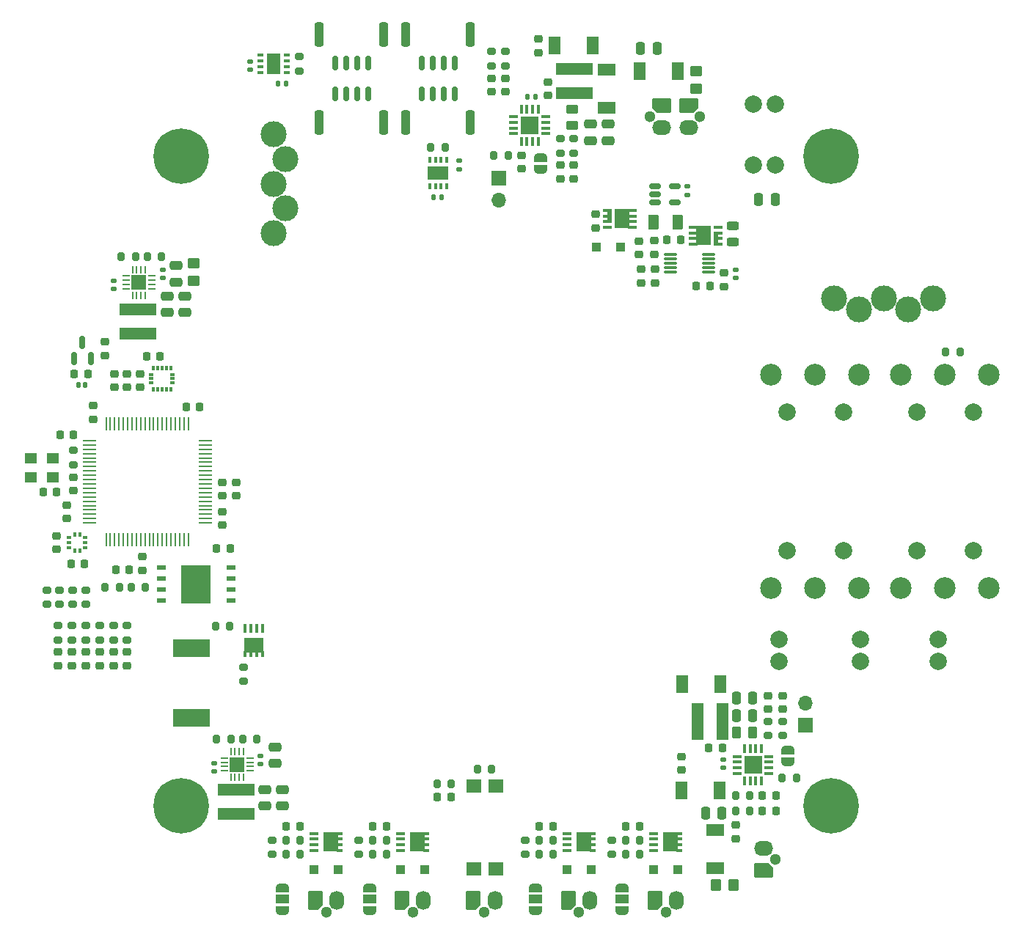
<source format=gbr>
%TF.GenerationSoftware,KiCad,Pcbnew,6.0.5-a6ca702e91~116~ubuntu20.04.1*%
%TF.CreationDate,2022-05-11T20:42:01+02:00*%
%TF.ProjectId,uHoubolt_PCB_PMU,75486f75-626f-46c7-945f-5043425f504d,rev?*%
%TF.SameCoordinates,PX8583b00PY5f5e100*%
%TF.FileFunction,Soldermask,Top*%
%TF.FilePolarity,Negative*%
%FSLAX46Y46*%
G04 Gerber Fmt 4.6, Leading zero omitted, Abs format (unit mm)*
G04 Created by KiCad (PCBNEW 6.0.5-a6ca702e91~116~ubuntu20.04.1) date 2022-05-11 20:42:01*
%MOMM*%
%LPD*%
G01*
G04 APERTURE LIST*
G04 Aperture macros list*
%AMRoundRect*
0 Rectangle with rounded corners*
0 $1 Rounding radius*
0 $2 $3 $4 $5 $6 $7 $8 $9 X,Y pos of 4 corners*
0 Add a 4 corners polygon primitive as box body*
4,1,4,$2,$3,$4,$5,$6,$7,$8,$9,$2,$3,0*
0 Add four circle primitives for the rounded corners*
1,1,$1+$1,$2,$3*
1,1,$1+$1,$4,$5*
1,1,$1+$1,$6,$7*
1,1,$1+$1,$8,$9*
0 Add four rect primitives between the rounded corners*
20,1,$1+$1,$2,$3,$4,$5,0*
20,1,$1+$1,$4,$5,$6,$7,0*
20,1,$1+$1,$6,$7,$8,$9,0*
20,1,$1+$1,$8,$9,$2,$3,0*%
%AMFreePoly0*
4,1,22,0.945671,0.830970,1.026777,0.776777,1.080970,0.695671,1.100000,0.600000,1.100000,-0.600000,1.080970,-0.695671,1.026777,-0.776777,0.945671,-0.830970,0.850000,-0.850000,-0.450000,-0.850000,-0.545671,-0.830970,-0.626779,-0.776774,-1.026777,-0.376777,-1.080970,-0.295671,-1.100000,-0.200000,-1.100000,0.600000,-1.080970,0.695671,-1.026777,0.776777,-0.945671,0.830970,-0.850000,0.850000,
0.850000,0.850000,0.945671,0.830970,0.945671,0.830970,$1*%
%AMFreePoly1*
4,1,22,0.500000,-0.750000,0.000000,-0.750000,0.000000,-0.745033,-0.079941,-0.743568,-0.215256,-0.701293,-0.333266,-0.622738,-0.424486,-0.514219,-0.481581,-0.384460,-0.499164,-0.250000,-0.500000,-0.250000,-0.500000,0.250000,-0.499164,0.250000,-0.499963,0.256109,-0.478152,0.396186,-0.417904,0.524511,-0.324060,0.630769,-0.204165,0.706417,-0.067858,0.745374,0.000000,0.744959,0.000000,0.750000,
0.500000,0.750000,0.500000,-0.750000,0.500000,-0.750000,$1*%
%AMFreePoly2*
4,1,20,0.000000,0.744959,0.073905,0.744508,0.209726,0.703889,0.328688,0.626782,0.421226,0.519385,0.479903,0.390333,0.500000,0.250000,0.500000,-0.250000,0.499851,-0.262216,0.476331,-0.402017,0.414519,-0.529596,0.319384,-0.634700,0.198574,-0.708877,0.061801,-0.746166,0.000000,-0.745033,0.000000,-0.750000,-0.500000,-0.750000,-0.500000,0.750000,0.000000,0.750000,0.000000,0.744959,
0.000000,0.744959,$1*%
%AMFreePoly3*
4,1,22,0.550000,-0.750000,0.000000,-0.750000,0.000000,-0.745033,-0.079941,-0.743568,-0.215256,-0.701293,-0.333266,-0.622738,-0.424486,-0.514219,-0.481581,-0.384460,-0.499164,-0.250000,-0.500000,-0.250000,-0.500000,0.250000,-0.499164,0.250000,-0.499963,0.256109,-0.478152,0.396186,-0.417904,0.524511,-0.324060,0.630769,-0.204165,0.706417,-0.067858,0.745374,0.000000,0.744959,0.000000,0.750000,
0.550000,0.750000,0.550000,-0.750000,0.550000,-0.750000,$1*%
%AMFreePoly4*
4,1,20,0.000000,0.744959,0.073905,0.744508,0.209726,0.703889,0.328688,0.626782,0.421226,0.519385,0.479903,0.390333,0.500000,0.250000,0.500000,-0.250000,0.499851,-0.262216,0.476331,-0.402017,0.414519,-0.529596,0.319384,-0.634700,0.198574,-0.708877,0.061801,-0.746166,0.000000,-0.745033,0.000000,-0.750000,-0.550000,-0.750000,-0.550000,0.750000,0.000000,0.750000,0.000000,0.744959,
0.000000,0.744959,$1*%
%AMFreePoly5*
4,1,22,0.945671,0.830970,1.026777,0.776777,1.080970,0.695671,1.100000,0.600000,1.100000,-0.600000,1.080970,-0.695671,1.026777,-0.776777,0.945671,-0.830970,0.850000,-0.850000,-0.850000,-0.850000,-0.945671,-0.830970,-1.026777,-0.776777,-1.080970,-0.695671,-1.100000,-0.600000,-1.100000,0.200000,-1.080970,0.295671,-1.026777,0.376777,-0.626777,0.776777,-0.545671,0.830970,-0.450000,0.850000,
0.850000,0.850000,0.945671,0.830970,0.945671,0.830970,$1*%
G04 Aperture macros list end*
%ADD10C,2.000000*%
%ADD11C,2.500000*%
%ADD12C,6.400000*%
%ADD13C,0.800000*%
%ADD14C,1.300000*%
%ADD15FreePoly0,0.000000*%
%ADD16O,2.200000X1.700000*%
%ADD17RoundRect,0.075000X-0.650000X-0.075000X0.650000X-0.075000X0.650000X0.075000X-0.650000X0.075000X0*%
%ADD18RoundRect,0.218750X-0.256250X0.218750X-0.256250X-0.218750X0.256250X-0.218750X0.256250X0.218750X0*%
%ADD19RoundRect,0.150000X-0.512500X-0.150000X0.512500X-0.150000X0.512500X0.150000X-0.512500X0.150000X0*%
%ADD20RoundRect,0.218750X0.218750X0.256250X-0.218750X0.256250X-0.218750X-0.256250X0.218750X-0.256250X0*%
%ADD21RoundRect,0.147500X-0.172500X0.147500X-0.172500X-0.147500X0.172500X-0.147500X0.172500X0.147500X0*%
%ADD22RoundRect,0.243750X0.456250X-0.243750X0.456250X0.243750X-0.456250X0.243750X-0.456250X-0.243750X0*%
%ADD23R,1.100000X1.100000*%
%ADD24R,1.000000X0.340000*%
%ADD25R,0.500000X1.640000*%
%ADD26R,1.710000X2.290000*%
%ADD27C,3.000000*%
%ADD28RoundRect,0.218750X0.256250X-0.218750X0.256250X0.218750X-0.256250X0.218750X-0.256250X-0.218750X0*%
%ADD29RoundRect,0.250000X-0.375000X-0.625000X0.375000X-0.625000X0.375000X0.625000X-0.375000X0.625000X0*%
%ADD30RoundRect,0.218750X-0.218750X-0.256250X0.218750X-0.256250X0.218750X0.256250X-0.218750X0.256250X0*%
%ADD31RoundRect,0.147500X0.172500X-0.147500X0.172500X0.147500X-0.172500X0.147500X-0.172500X-0.147500X0*%
%ADD32RoundRect,0.200000X0.200000X0.275000X-0.200000X0.275000X-0.200000X-0.275000X0.200000X-0.275000X0*%
%ADD33RoundRect,0.225000X-0.225000X-0.250000X0.225000X-0.250000X0.225000X0.250000X-0.225000X0.250000X0*%
%ADD34FreePoly1,270.000000*%
%ADD35FreePoly2,270.000000*%
%ADD36RoundRect,0.225000X-0.250000X0.225000X-0.250000X-0.225000X0.250000X-0.225000X0.250000X0.225000X0*%
%ADD37RoundRect,0.140000X0.170000X-0.140000X0.170000X0.140000X-0.170000X0.140000X-0.170000X-0.140000X0*%
%ADD38R,4.200000X2.000000*%
%ADD39RoundRect,0.200000X-0.275000X0.200000X-0.275000X-0.200000X0.275000X-0.200000X0.275000X0.200000X0*%
%ADD40RoundRect,0.075000X0.075000X-0.462500X0.075000X0.462500X-0.075000X0.462500X-0.075000X-0.462500X0*%
%ADD41RoundRect,0.075000X0.462500X-0.075000X0.462500X0.075000X-0.462500X0.075000X-0.462500X-0.075000X0*%
%ADD42R,2.150000X2.150000*%
%ADD43RoundRect,0.250000X-0.475000X0.250000X-0.475000X-0.250000X0.475000X-0.250000X0.475000X0.250000X0*%
%ADD44FreePoly0,90.000000*%
%ADD45O,1.700000X2.200000*%
%ADD46RoundRect,0.200000X-0.200000X-0.275000X0.200000X-0.275000X0.200000X0.275000X-0.200000X0.275000X0*%
%ADD47R,1.400000X2.100000*%
%ADD48RoundRect,0.225000X0.225000X0.250000X-0.225000X0.250000X-0.225000X-0.250000X0.225000X-0.250000X0*%
%ADD49FreePoly0,180.000000*%
%ADD50RoundRect,0.225000X0.250000X-0.225000X0.250000X0.225000X-0.250000X0.225000X-0.250000X-0.225000X0*%
%ADD51RoundRect,0.200000X0.275000X-0.200000X0.275000X0.200000X-0.275000X0.200000X-0.275000X-0.200000X0*%
%ADD52R,0.990000X0.405000*%
%ADD53R,0.760000X0.405000*%
%ADD54R,1.725000X2.245000*%
%ADD55RoundRect,0.150000X0.150000X-0.587500X0.150000X0.587500X-0.150000X0.587500X-0.150000X-0.587500X0*%
%ADD56RoundRect,0.250000X0.250000X0.475000X-0.250000X0.475000X-0.250000X-0.475000X0.250000X-0.475000X0*%
%ADD57RoundRect,0.140000X-0.140000X-0.170000X0.140000X-0.170000X0.140000X0.170000X-0.140000X0.170000X0*%
%ADD58R,1.000000X0.500000*%
%ADD59R,3.500000X4.500000*%
%ADD60RoundRect,0.062500X0.325000X0.062500X-0.325000X0.062500X-0.325000X-0.062500X0.325000X-0.062500X0*%
%ADD61RoundRect,0.062500X0.062500X0.325000X-0.062500X0.325000X-0.062500X-0.325000X0.062500X-0.325000X0*%
%ADD62R,1.750000X1.750000*%
%ADD63RoundRect,0.250000X0.450000X-0.350000X0.450000X0.350000X-0.450000X0.350000X-0.450000X-0.350000X0*%
%ADD64R,4.200000X1.400000*%
%ADD65RoundRect,0.250000X0.475000X-0.250000X0.475000X0.250000X-0.475000X0.250000X-0.475000X-0.250000X0*%
%ADD66RoundRect,0.100000X0.150000X0.250000X-0.150000X0.250000X-0.150000X-0.250000X0.150000X-0.250000X0*%
%ADD67RoundRect,0.150000X-0.150000X-0.700000X0.150000X-0.700000X0.150000X0.700000X-0.150000X0.700000X0*%
%ADD68RoundRect,0.250000X-0.250000X-1.150000X0.250000X-1.150000X0.250000X1.150000X-0.250000X1.150000X0*%
%ADD69RoundRect,0.100000X0.100000X-0.175000X0.100000X0.175000X-0.100000X0.175000X-0.100000X-0.175000X0*%
%ADD70RoundRect,0.100000X0.175000X-0.100000X0.175000X0.100000X-0.175000X0.100000X-0.175000X-0.100000X0*%
%ADD71RoundRect,0.250000X-0.250000X-0.475000X0.250000X-0.475000X0.250000X0.475000X-0.250000X0.475000X0*%
%ADD72R,0.650000X0.350000*%
%ADD73R,1.550000X2.400000*%
%ADD74R,1.400000X4.200000*%
%ADD75FreePoly3,90.000000*%
%ADD76R,1.500000X1.000000*%
%ADD77FreePoly4,90.000000*%
%ADD78RoundRect,0.140000X-0.170000X0.140000X-0.170000X-0.140000X0.170000X-0.140000X0.170000X0.140000X0*%
%ADD79R,0.405000X0.990000*%
%ADD80R,0.405000X0.760000*%
%ADD81R,2.245000X1.725000*%
%ADD82RoundRect,0.250000X0.350000X0.450000X-0.350000X0.450000X-0.350000X-0.450000X0.350000X-0.450000X0*%
%ADD83RoundRect,0.062500X-0.675000X-0.062500X0.675000X-0.062500X0.675000X0.062500X-0.675000X0.062500X0*%
%ADD84RoundRect,0.062500X-0.062500X-0.675000X0.062500X-0.675000X0.062500X0.675000X-0.062500X0.675000X0*%
%ADD85RoundRect,0.075000X-0.462500X-0.075000X0.462500X-0.075000X0.462500X0.075000X-0.462500X0.075000X0*%
%ADD86RoundRect,0.075000X-0.075000X-0.462500X0.075000X-0.462500X0.075000X0.462500X-0.075000X0.462500X0*%
%ADD87RoundRect,0.250000X0.450000X-0.262500X0.450000X0.262500X-0.450000X0.262500X-0.450000X-0.262500X0*%
%ADD88RoundRect,0.140000X0.140000X0.170000X-0.140000X0.170000X-0.140000X-0.170000X0.140000X-0.170000X0*%
%ADD89RoundRect,0.150000X0.150000X0.700000X-0.150000X0.700000X-0.150000X-0.700000X0.150000X-0.700000X0*%
%ADD90RoundRect,0.250000X0.250000X1.150000X-0.250000X1.150000X-0.250000X-1.150000X0.250000X-1.150000X0*%
%ADD91RoundRect,0.250000X-0.450000X0.350000X-0.450000X-0.350000X0.450000X-0.350000X0.450000X0.350000X0*%
%ADD92R,2.100000X1.400000*%
%ADD93R,1.780000X1.500000*%
%ADD94R,0.350000X0.650000*%
%ADD95R,2.400000X1.550000*%
%ADD96R,1.400000X1.200000*%
%ADD97RoundRect,0.250000X0.262500X0.450000X-0.262500X0.450000X-0.262500X-0.450000X0.262500X-0.450000X0*%
%ADD98R,1.700000X1.700000*%
%ADD99O,1.700000X1.700000*%
%ADD100RoundRect,0.087500X0.087500X-0.187500X0.087500X0.187500X-0.087500X0.187500X-0.087500X-0.187500X0*%
%ADD101RoundRect,0.087500X0.187500X-0.087500X0.187500X0.087500X-0.187500X0.087500X-0.187500X-0.087500X0*%
%ADD102FreePoly5,180.000000*%
G04 APERTURE END LIST*
D10*
%TO.C,SW1*%
X32450000Y8000000D03*
X38950000Y8000000D03*
D11*
X30620000Y12300000D03*
X40780000Y12300000D03*
X35700000Y12300000D03*
%TD*%
D10*
%TO.C,SW2*%
X38950000Y-8000000D03*
X32450000Y-8000000D03*
D11*
X30620000Y-12300000D03*
X40780000Y-12300000D03*
X35700000Y-12300000D03*
%TD*%
D10*
%TO.C,SW3*%
X47450000Y8000000D03*
X53950000Y8000000D03*
D11*
X45620000Y12300000D03*
X55780000Y12300000D03*
X50700000Y12300000D03*
%TD*%
D10*
%TO.C,SW4*%
X53950000Y-8000000D03*
X47450000Y-8000000D03*
D11*
X45620000Y-12300000D03*
X55780000Y-12300000D03*
X50700000Y-12300000D03*
%TD*%
D12*
%TO.C,H4*%
X-37500000Y37500000D03*
D13*
X-35100000Y37500000D03*
X-35802944Y39197056D03*
X-37500000Y39900000D03*
X-39900000Y37500000D03*
X-39197056Y39197056D03*
X-39197056Y35802944D03*
X-37500000Y35100000D03*
X-35802944Y35802944D03*
%TD*%
%TO.C,H2*%
X35802944Y35802944D03*
X37500000Y35100000D03*
X39197056Y39197056D03*
X39900000Y37500000D03*
X35100000Y37500000D03*
X35802944Y39197056D03*
D12*
X37500000Y37500000D03*
D13*
X39197056Y35802944D03*
X37500000Y39900000D03*
%TD*%
D14*
%TO.C,J1*%
X16610000Y42100000D03*
D15*
X17950000Y43350000D03*
D16*
X17950000Y40850000D03*
%TD*%
D13*
%TO.C,H3*%
X-35802944Y-35802944D03*
D12*
X-37500000Y-37500000D03*
D13*
X-39197056Y-39197056D03*
X-37500000Y-39900000D03*
X-39900000Y-37500000D03*
X-39197056Y-35802944D03*
X-35802944Y-39197056D03*
X-35100000Y-37500000D03*
X-37500000Y-35100000D03*
%TD*%
D17*
%TO.C,U1*%
X19000000Y26150000D03*
X19000000Y25650000D03*
X19000000Y25150000D03*
X19000000Y24650000D03*
X19000000Y24150000D03*
X23400000Y24150000D03*
X23400000Y24650000D03*
X23400000Y25150000D03*
X23400000Y25650000D03*
X23400000Y26150000D03*
%TD*%
D18*
%TO.C,R9*%
X25175000Y24050000D03*
X25175000Y22475000D03*
%TD*%
D19*
%TO.C,U2*%
X17237500Y34100000D03*
X17237500Y33150000D03*
X17237500Y32200000D03*
X19512500Y32200000D03*
X19512500Y34100000D03*
%TD*%
D20*
%TO.C,C1*%
X23562500Y22550000D03*
X21987500Y22550000D03*
%TD*%
D21*
%TO.C,C3*%
X26575000Y24420000D03*
X26575000Y23450000D03*
%TD*%
D22*
%TO.C,C4*%
X26175000Y27650000D03*
X26175000Y29525000D03*
%TD*%
D23*
%TO.C,D1*%
X13225000Y27000000D03*
X10425000Y27000000D03*
%TD*%
D24*
%TO.C,Q1*%
X11690000Y31275000D03*
X11690000Y30625000D03*
X11690000Y29975000D03*
D25*
X11940000Y30625000D03*
D24*
X11690000Y29325000D03*
X14590000Y30625000D03*
D26*
X13435000Y30300000D03*
D24*
X14590000Y29325000D03*
X14590000Y31275000D03*
X14590000Y29975000D03*
%TD*%
D27*
%TO.C,J2*%
X-25460000Y31500000D03*
X-25460000Y37200000D03*
X-26800000Y40050000D03*
X-26800000Y34350000D03*
X-26800000Y28650000D03*
%TD*%
D18*
%TO.C,R2*%
X15400000Y27737500D03*
X15400000Y26162500D03*
%TD*%
D28*
%TO.C,R5*%
X17100000Y26212500D03*
X17100000Y27787500D03*
%TD*%
D18*
%TO.C,R1*%
X10400000Y30837500D03*
X10400000Y29262500D03*
%TD*%
D29*
%TO.C,R6*%
X17075000Y29950000D03*
X19875000Y29950000D03*
%TD*%
D25*
%TO.C,Q2*%
X24285000Y28025000D03*
D24*
X24535000Y27375000D03*
X24535000Y28025000D03*
X24535000Y28675000D03*
X24535000Y29325000D03*
X21635000Y27375000D03*
X21635000Y28675000D03*
D26*
X22790000Y28350000D03*
D24*
X21635000Y29325000D03*
X21635000Y28025000D03*
%TD*%
D18*
%TO.C,R4*%
X17200000Y24487500D03*
X17200000Y22912500D03*
%TD*%
D30*
%TO.C,R7*%
X18587500Y27850000D03*
X20162500Y27850000D03*
%TD*%
D18*
%TO.C,R3*%
X15650000Y24487500D03*
X15650000Y22912500D03*
%TD*%
D31*
%TO.C,C19*%
X20975000Y33065000D03*
X20975000Y34035000D03*
%TD*%
D10*
%TO.C,J8*%
X31115000Y43550000D03*
X28575000Y43550000D03*
%TD*%
D32*
%TO.C,R18*%
X-31725000Y-29750000D03*
X-33375000Y-29750000D03*
%TD*%
D33*
%TO.C,C25*%
X-45007500Y-10242500D03*
X-43457500Y-10242500D03*
%TD*%
D34*
%TO.C,JP8*%
X32525000Y-31079651D03*
D35*
X32525000Y-32379651D03*
%TD*%
D30*
%TO.C,D17*%
X13850000Y-39852500D03*
X15425000Y-39852500D03*
%TD*%
D28*
%TO.C,LED1*%
X-43700000Y-21287500D03*
X-43700000Y-19712500D03*
%TD*%
D36*
%TO.C,C8*%
X1850000Y37650000D03*
X1850000Y36100000D03*
%TD*%
D37*
%TO.C,C6*%
X-28300000Y-32680000D03*
X-28300000Y-31720000D03*
%TD*%
D30*
%TO.C,D12*%
X-15337500Y-39852500D03*
X-13762500Y-39852500D03*
%TD*%
D32*
%TO.C,R13*%
X-41622500Y-12232500D03*
X-43272500Y-12232500D03*
%TD*%
D38*
%TO.C,LS1*%
X-36300000Y-27300000D03*
X-36300000Y-19300000D03*
%TD*%
D39*
%TO.C,R45*%
X-48500000Y-16675000D03*
X-48500000Y-18325000D03*
%TD*%
D40*
%TO.C,U14*%
X27550000Y-34592151D03*
X28200000Y-34592151D03*
X28850000Y-34592151D03*
X29500000Y-34592151D03*
D41*
X30362500Y-33729651D03*
X30362500Y-33079651D03*
X30362500Y-32429651D03*
X30362500Y-31779651D03*
D40*
X29500000Y-30917151D03*
X28850000Y-30917151D03*
X28200000Y-30917151D03*
X27550000Y-30917151D03*
D41*
X26687500Y-31779651D03*
X26687500Y-32429651D03*
X26687500Y-33079651D03*
X26687500Y-33729651D03*
D42*
X28525000Y-32754651D03*
%TD*%
D43*
%TO.C,C5*%
X-26650000Y-30700000D03*
X-26650000Y-32600000D03*
%TD*%
D13*
%TO.C,H1*%
X35802944Y-35802944D03*
X35100000Y-37500000D03*
X35802944Y-39197056D03*
X37500000Y-35100000D03*
X39900000Y-37500000D03*
X39197056Y-39197056D03*
D12*
X37500000Y-37500000D03*
D13*
X39197056Y-35802944D03*
X37500000Y-39900000D03*
%TD*%
D14*
%TO.C,J23*%
X-2500000Y-49740000D03*
D44*
X-3750000Y-48400000D03*
D45*
X-1250000Y-48400000D03*
%TD*%
D14*
%TO.C,J24*%
X18450000Y-49740000D03*
D44*
X17200000Y-48400000D03*
D45*
X19700000Y-48400000D03*
%TD*%
D46*
%TO.C,R35*%
X-15375000Y-41452500D03*
X-13725000Y-41452500D03*
%TD*%
D47*
%TO.C,D22*%
X20325000Y-23400000D03*
X24725000Y-23400000D03*
%TD*%
D30*
%TO.C,D14*%
X3850000Y-39852500D03*
X5425000Y-39852500D03*
%TD*%
D48*
%TO.C,C41*%
X-48650000Y-9512500D03*
X-50200000Y-9512500D03*
%TD*%
D39*
%TO.C,R53*%
X30250000Y-27704651D03*
X30250000Y-29354651D03*
%TD*%
D14*
%TO.C,J7*%
X31090000Y-43650000D03*
D49*
X29750000Y-44900000D03*
D16*
X29750000Y-42400000D03*
%TD*%
D50*
%TO.C,C57*%
X31950000Y-26304651D03*
X31950000Y-24754651D03*
%TD*%
D34*
%TO.C,JP1*%
X4025000Y37325000D03*
D35*
X4025000Y36025000D03*
%TD*%
D51*
%TO.C,R16*%
X-30300000Y-23125000D03*
X-30300000Y-21475000D03*
%TD*%
D52*
%TO.C,Q4*%
X-22180000Y-42642500D03*
D53*
X-19195000Y-41982500D03*
X-19195000Y-40662500D03*
D54*
X-20187500Y-41652500D03*
D53*
X-19195000Y-42642500D03*
X-19195000Y-41322500D03*
D52*
X-22180000Y-41982500D03*
X-22180000Y-40662500D03*
X-22180000Y-41322500D03*
%TD*%
D43*
%TO.C,C48*%
X-37050000Y21400000D03*
X-37050000Y19500000D03*
%TD*%
D37*
%TO.C,C15*%
X-33700000Y-33530000D03*
X-33700000Y-32570000D03*
%TD*%
D55*
%TO.C,U7*%
X-49812500Y14182500D03*
X-47912500Y14182500D03*
X-48862500Y16057500D03*
%TD*%
D56*
%TO.C,C60*%
X28500000Y-27029651D03*
X26600000Y-27029651D03*
%TD*%
D57*
%TO.C,C11*%
X2470000Y44400000D03*
X3430000Y44400000D03*
%TD*%
D33*
%TO.C,C40*%
X-41475000Y14437500D03*
X-39925000Y14437500D03*
%TD*%
D58*
%TO.C,U6*%
X-39737500Y-9967500D03*
X-39737500Y-11237500D03*
X-39737500Y-12507500D03*
X-39737500Y-13777500D03*
X-31737500Y-13777500D03*
X-31737500Y-12507500D03*
X-31737500Y-11237500D03*
X-31737500Y-9967500D03*
D59*
X-35737500Y-11872500D03*
%TD*%
D60*
%TO.C,U3*%
X-29537500Y-33450000D03*
X-29537500Y-32950000D03*
X-29537500Y-32450000D03*
X-29537500Y-31950000D03*
D61*
X-30250000Y-31237500D03*
X-30750000Y-31237500D03*
X-31250000Y-31237500D03*
X-31750000Y-31237500D03*
D60*
X-32462500Y-31950000D03*
X-32462500Y-32450000D03*
X-32462500Y-32950000D03*
X-32462500Y-33450000D03*
D61*
X-31750000Y-34162500D03*
X-31250000Y-34162500D03*
X-30750000Y-34162500D03*
X-30250000Y-34162500D03*
D62*
X-31000000Y-32700000D03*
%TD*%
D28*
%TO.C,D4*%
X-1650000Y44965000D03*
X-1650000Y46540000D03*
%TD*%
D63*
%TO.C,F2*%
X22000000Y45325000D03*
X22000000Y47325000D03*
%TD*%
D39*
%TO.C,R36*%
X-16950000Y-41427500D03*
X-16950000Y-43077500D03*
%TD*%
%TO.C,R10*%
X-51700000Y-16675000D03*
X-51700000Y-18325000D03*
%TD*%
D64*
%TO.C,L2*%
X7875000Y47600000D03*
X7875000Y44800000D03*
%TD*%
D39*
%TO.C,R33*%
X-26950000Y-41427500D03*
X-26950000Y-43077500D03*
%TD*%
D56*
%TO.C,C52*%
X24950000Y-38300000D03*
X23050000Y-38300000D03*
%TD*%
D14*
%TO.C,J22*%
X8450000Y-49740000D03*
D44*
X7200000Y-48400000D03*
D45*
X9700000Y-48400000D03*
%TD*%
D50*
%TO.C,C10*%
X4850000Y44575000D03*
X4850000Y46125000D03*
%TD*%
D36*
%TO.C,C35*%
X-43700000Y12412500D03*
X-43700000Y10862500D03*
%TD*%
D14*
%TO.C,J21*%
X-10750000Y-49740000D03*
D44*
X-12000000Y-48400000D03*
D45*
X-9500000Y-48400000D03*
%TD*%
D10*
%TO.C,J11*%
X40900000Y-18230000D03*
X40900000Y-20770000D03*
%TD*%
D50*
%TO.C,C23*%
X-50700000Y-4325000D03*
X-50700000Y-2775000D03*
%TD*%
D64*
%TO.C,L1*%
X-31100000Y-35650000D03*
X-31100000Y-38450000D03*
%TD*%
%TO.C,L3*%
X-42450000Y19850000D03*
X-42450000Y17050000D03*
%TD*%
D28*
%TO.C,LED2*%
X-45300000Y-21287500D03*
X-45300000Y-19712500D03*
%TD*%
D50*
%TO.C,C42*%
X-51825000Y-7887500D03*
X-51825000Y-6337500D03*
%TD*%
D65*
%TO.C,C18*%
X11822500Y39350000D03*
X11822500Y41250000D03*
%TD*%
D39*
%TO.C,R11*%
X-43700000Y-16675000D03*
X-43700000Y-18325000D03*
%TD*%
D46*
%TO.C,R51*%
X26525000Y-36329651D03*
X28175000Y-36329651D03*
%TD*%
D66*
%TO.C,D8*%
X-48550000Y11100000D03*
X-49350000Y11100000D03*
%TD*%
D39*
%TO.C,R23*%
X-50000Y49625000D03*
X-50000Y47975000D03*
%TD*%
D33*
%TO.C,C2*%
X-53375000Y-1212500D03*
X-51825000Y-1212500D03*
%TD*%
D52*
%TO.C,Q5*%
X-12180000Y-42642500D03*
D54*
X-10187500Y-41652500D03*
D53*
X-9195000Y-42642500D03*
X-9195000Y-41982500D03*
X-9195000Y-41322500D03*
X-9195000Y-40662500D03*
D52*
X-12180000Y-41322500D03*
X-12180000Y-41982500D03*
X-12180000Y-40662500D03*
%TD*%
D36*
%TO.C,C31*%
X-46300000Y16075000D03*
X-46300000Y14525000D03*
%TD*%
D32*
%TO.C,R44*%
X-42725000Y25900000D03*
X-44375000Y25900000D03*
%TD*%
D46*
%TO.C,R40*%
X3825000Y-43052500D03*
X5475000Y-43052500D03*
%TD*%
D67*
%TO.C,J13*%
X-19675000Y48250000D03*
X-18425000Y48250000D03*
X-17175000Y48250000D03*
X-15925000Y48250000D03*
D68*
X-14075000Y51600000D03*
X-21525000Y51600000D03*
%TD*%
D69*
%TO.C,U11*%
X-49775000Y-8037500D03*
X-49175000Y-8037500D03*
D70*
X-48550000Y-7712500D03*
X-48550000Y-7112500D03*
X-48550000Y-6512500D03*
D69*
X-49175000Y-6187500D03*
X-49775000Y-6187500D03*
D70*
X-50400000Y-6512500D03*
X-50400000Y-7112500D03*
X-50400000Y-7712500D03*
%TD*%
D51*
%TO.C,R46*%
X-48500000Y-14225000D03*
X-48500000Y-12575000D03*
%TD*%
D37*
%TO.C,C38*%
X-29475000Y47495000D03*
X-29475000Y48455000D03*
%TD*%
D71*
%TO.C,C7*%
X15550000Y49950000D03*
X17450000Y49950000D03*
%TD*%
D72*
%TO.C,U9*%
X-28350000Y49175000D03*
X-28350000Y48525000D03*
X-28350000Y47875000D03*
X-28350000Y47225000D03*
X-25250000Y47225000D03*
X-25250000Y47875000D03*
X-25250000Y48525000D03*
X-25250000Y49175000D03*
D73*
X-26800000Y48200000D03*
%TD*%
D50*
%TO.C,C30*%
X-32747500Y-1675000D03*
X-32747500Y-125000D03*
%TD*%
D28*
%TO.C,D16*%
X-48500000Y-21275000D03*
X-48500000Y-19700000D03*
%TD*%
D43*
%TO.C,C16*%
X-27800000Y-35600000D03*
X-27800000Y-37500000D03*
%TD*%
D23*
%TO.C,D13*%
X-12150000Y-44852500D03*
X-9350000Y-44852500D03*
%TD*%
D36*
%TO.C,C13*%
X7825000Y36500000D03*
X7825000Y34950000D03*
%TD*%
D74*
%TO.C,L4*%
X22168750Y-27725000D03*
X24968750Y-27725000D03*
%TD*%
D46*
%TO.C,R37*%
X-15375000Y-43052500D03*
X-13725000Y-43052500D03*
%TD*%
D43*
%TO.C,C47*%
X-39050000Y21400000D03*
X-39050000Y19500000D03*
%TD*%
D75*
%TO.C,JP6*%
X3450000Y-49552500D03*
D76*
X3450000Y-48252500D03*
D77*
X3450000Y-46952500D03*
%TD*%
D60*
%TO.C,U13*%
X-40887500Y22200000D03*
X-40887500Y22700000D03*
X-40887500Y23200000D03*
X-40887500Y23700000D03*
D61*
X-41600000Y24412500D03*
X-42100000Y24412500D03*
X-42600000Y24412500D03*
X-43100000Y24412500D03*
D60*
X-43812500Y23700000D03*
X-43812500Y23200000D03*
X-43812500Y22700000D03*
X-43812500Y22200000D03*
D61*
X-43100000Y21487500D03*
X-42600000Y21487500D03*
X-42100000Y21487500D03*
X-41600000Y21487500D03*
D62*
X-42350000Y22950000D03*
%TD*%
D39*
%TO.C,R47*%
X-50000000Y-12575000D03*
X-50000000Y-14225000D03*
%TD*%
D46*
%TO.C,R38*%
X3825000Y-41452500D03*
X5475000Y-41452500D03*
%TD*%
D51*
%TO.C,R26*%
X6325000Y37900000D03*
X6325000Y39550000D03*
%TD*%
D39*
%TO.C,R48*%
X12250000Y-41427500D03*
X12250000Y-43077500D03*
%TD*%
D65*
%TO.C,C14*%
X9775000Y39350000D03*
X9775000Y41250000D03*
%TD*%
D46*
%TO.C,R15*%
X-33525000Y-16700000D03*
X-31875000Y-16700000D03*
%TD*%
D39*
%TO.C,R30*%
X-46900000Y-16675000D03*
X-46900000Y-18325000D03*
%TD*%
%TO.C,R8*%
X-49900000Y3575000D03*
X-49900000Y1925000D03*
%TD*%
D48*
%TO.C,C36*%
X-48257500Y12397500D03*
X-49807500Y12397500D03*
%TD*%
D28*
%TO.C,D9*%
X-46900000Y-21287500D03*
X-46900000Y-19712500D03*
%TD*%
D51*
%TO.C,R25*%
X7825000Y37900000D03*
X7825000Y39550000D03*
%TD*%
D46*
%TO.C,R42*%
X13825000Y-41452500D03*
X15475000Y-41452500D03*
%TD*%
D78*
%TO.C,C32*%
X-5400000Y37005000D03*
X-5400000Y36045000D03*
%TD*%
D79*
%TO.C,Q3*%
X-30090000Y-16970000D03*
D80*
X-28770000Y-19955000D03*
X-28110000Y-19955000D03*
D81*
X-29100000Y-18962500D03*
D80*
X-30090000Y-19955000D03*
X-29430000Y-19955000D03*
D79*
X-28770000Y-16970000D03*
X-28110000Y-16970000D03*
X-29430000Y-16970000D03*
%TD*%
D37*
%TO.C,C46*%
X-45300000Y22170000D03*
X-45300000Y23130000D03*
%TD*%
D10*
%TO.C,J25*%
X31115000Y36550000D03*
X28575000Y36550000D03*
%TD*%
D30*
%TO.C,D25*%
X-7925000Y-36450000D03*
X-6350000Y-36450000D03*
%TD*%
D37*
%TO.C,C56*%
X25068750Y-33109651D03*
X25068750Y-32149651D03*
%TD*%
D75*
%TO.C,JP4*%
X-25750000Y-49552500D03*
D76*
X-25750000Y-48252500D03*
D77*
X-25750000Y-46952500D03*
%TD*%
D82*
%TO.C,F3*%
X26250000Y-46650000D03*
X24250000Y-46650000D03*
%TD*%
D83*
%TO.C,U5*%
X-48087500Y4687500D03*
X-48087500Y4187500D03*
X-48087500Y3687500D03*
X-48087500Y3187500D03*
X-48087500Y2687500D03*
X-48087500Y2187500D03*
X-48087500Y1687500D03*
X-48087500Y1187500D03*
X-48087500Y687500D03*
X-48087500Y187500D03*
X-48087500Y-312500D03*
X-48087500Y-812500D03*
X-48087500Y-1312500D03*
X-48087500Y-1812500D03*
X-48087500Y-2312500D03*
X-48087500Y-2812500D03*
X-48087500Y-3312500D03*
X-48087500Y-3812500D03*
X-48087500Y-4312500D03*
X-48087500Y-4812500D03*
D84*
X-46150000Y-6750000D03*
X-45650000Y-6750000D03*
X-45150000Y-6750000D03*
X-44650000Y-6750000D03*
X-44150000Y-6750000D03*
X-43650000Y-6750000D03*
X-43150000Y-6750000D03*
X-42650000Y-6750000D03*
X-42150000Y-6750000D03*
X-41650000Y-6750000D03*
X-41150000Y-6750000D03*
X-40650000Y-6750000D03*
X-40150000Y-6750000D03*
X-39650000Y-6750000D03*
X-39150000Y-6750000D03*
X-38650000Y-6750000D03*
X-38150000Y-6750000D03*
X-37650000Y-6750000D03*
X-37150000Y-6750000D03*
X-36650000Y-6750000D03*
D83*
X-34712500Y-4812500D03*
X-34712500Y-4312500D03*
X-34712500Y-3812500D03*
X-34712500Y-3312500D03*
X-34712500Y-2812500D03*
X-34712500Y-2312500D03*
X-34712500Y-1812500D03*
X-34712500Y-1312500D03*
X-34712500Y-812500D03*
X-34712500Y-312500D03*
X-34712500Y187500D03*
X-34712500Y687500D03*
X-34712500Y1187500D03*
X-34712500Y1687500D03*
X-34712500Y2187500D03*
X-34712500Y2687500D03*
X-34712500Y3187500D03*
X-34712500Y3687500D03*
X-34712500Y4187500D03*
X-34712500Y4687500D03*
D84*
X-36650000Y6625000D03*
X-37150000Y6625000D03*
X-37650000Y6625000D03*
X-38150000Y6625000D03*
X-38650000Y6625000D03*
X-39150000Y6625000D03*
X-39650000Y6625000D03*
X-40150000Y6625000D03*
X-40650000Y6625000D03*
X-41150000Y6625000D03*
X-41650000Y6625000D03*
X-42150000Y6625000D03*
X-42650000Y6625000D03*
X-43150000Y6625000D03*
X-43650000Y6625000D03*
X-44150000Y6625000D03*
X-44650000Y6625000D03*
X-45150000Y6625000D03*
X-45650000Y6625000D03*
X-46150000Y6625000D03*
%TD*%
D46*
%TO.C,R50*%
X31900000Y-34229651D03*
X33550000Y-34229651D03*
%TD*%
D43*
%TO.C,C17*%
X-25800000Y-35600000D03*
X-25800000Y-37500000D03*
%TD*%
D75*
%TO.C,JP7*%
X13450000Y-49552500D03*
D76*
X13450000Y-48252500D03*
D77*
X13450000Y-46952500D03*
%TD*%
D52*
%TO.C,Q6*%
X7020000Y-42642500D03*
D53*
X10005000Y-42642500D03*
X10005000Y-41322500D03*
X10005000Y-41982500D03*
D54*
X9012500Y-41652500D03*
D53*
X10005000Y-40662500D03*
D52*
X7020000Y-41982500D03*
X7020000Y-40662500D03*
X7020000Y-41322500D03*
%TD*%
D10*
%TO.C,J6*%
X49900000Y-18230000D03*
X49900000Y-20770000D03*
%TD*%
D85*
%TO.C,U4*%
X912500Y42075000D03*
X912500Y41425000D03*
X912500Y40775000D03*
X912500Y40125000D03*
D86*
X1775000Y39262500D03*
X2425000Y39262500D03*
X3075000Y39262500D03*
X3725000Y39262500D03*
D85*
X4587500Y40125000D03*
X4587500Y40775000D03*
X4587500Y41425000D03*
X4587500Y42075000D03*
D86*
X3725000Y42937500D03*
X3075000Y42937500D03*
X2425000Y42937500D03*
X1775000Y42937500D03*
D42*
X2750000Y41100000D03*
%TD*%
D20*
%TO.C,D19*%
X31156250Y-36329651D03*
X29581250Y-36329651D03*
%TD*%
D50*
%TO.C,C54*%
X20300000Y-33375000D03*
X20300000Y-31825000D03*
%TD*%
D52*
%TO.C,Q7*%
X17020000Y-42642500D03*
D53*
X20005000Y-41982500D03*
X20005000Y-41322500D03*
X20005000Y-40662500D03*
D54*
X19012500Y-41652500D03*
D53*
X20005000Y-42642500D03*
D52*
X17020000Y-40662500D03*
X17020000Y-41322500D03*
X17020000Y-41982500D03*
%TD*%
D87*
%TO.C,R27*%
X7650000Y41087500D03*
X7650000Y42912500D03*
%TD*%
D50*
%TO.C,C22*%
X-31147500Y-1675000D03*
X-31147500Y-125000D03*
%TD*%
D46*
%TO.C,R31*%
X-3300000Y-33250000D03*
X-1650000Y-33250000D03*
%TD*%
D50*
%TO.C,C9*%
X3750000Y49500000D03*
X3750000Y51050000D03*
%TD*%
D20*
%TO.C,D20*%
X31156250Y-38050000D03*
X29581250Y-38050000D03*
%TD*%
D50*
%TO.C,C58*%
X30250000Y-26304651D03*
X30250000Y-24754651D03*
%TD*%
D47*
%TO.C,D21*%
X20300000Y-35700000D03*
X24700000Y-35700000D03*
%TD*%
D50*
%TO.C,C26*%
X-41947500Y-10267500D03*
X-41947500Y-8717500D03*
%TD*%
D23*
%TO.C,D18*%
X17050000Y-44852500D03*
X19850000Y-44852500D03*
%TD*%
D39*
%TO.C,R29*%
X-23800000Y49025000D03*
X-23800000Y47375000D03*
%TD*%
D46*
%TO.C,R17*%
X-30375000Y-29750000D03*
X-28725000Y-29750000D03*
%TD*%
D36*
%TO.C,C21*%
X-47657500Y8712500D03*
X-47657500Y7162500D03*
%TD*%
D88*
%TO.C,C37*%
X-7395000Y32750000D03*
X-8355000Y32750000D03*
%TD*%
D23*
%TO.C,D11*%
X-22150000Y-44852500D03*
X-19350000Y-44852500D03*
%TD*%
D30*
%TO.C,D10*%
X-25337500Y-39852500D03*
X-23762500Y-39852500D03*
%TD*%
D47*
%TO.C,D5*%
X5600000Y50300000D03*
X10000000Y50300000D03*
%TD*%
D89*
%TO.C,J15*%
X-15925000Y44750000D03*
X-17175000Y44750000D03*
X-18425000Y44750000D03*
X-19675000Y44750000D03*
D90*
X-21525000Y41400000D03*
X-14075000Y41400000D03*
%TD*%
D91*
%TO.C,F1*%
X-36050000Y25150000D03*
X-36050000Y23150000D03*
%TD*%
D46*
%TO.C,R56*%
X-7950000Y-34900000D03*
X-6300000Y-34900000D03*
%TD*%
D89*
%TO.C,J16*%
X-5925000Y44750000D03*
X-7175000Y44750000D03*
X-8425000Y44750000D03*
X-9675000Y44750000D03*
D90*
X-4075000Y41400000D03*
X-11525000Y41400000D03*
%TD*%
D47*
%TO.C,D23*%
X15425000Y47375000D03*
X19825000Y47375000D03*
%TD*%
D39*
%TO.C,R19*%
X-50100000Y-16675000D03*
X-50100000Y-18325000D03*
%TD*%
D36*
%TO.C,C20*%
X-49900000Y450000D03*
X-49900000Y-1100000D03*
%TD*%
D46*
%TO.C,R28*%
X-8650000Y38550000D03*
X-7000000Y38550000D03*
%TD*%
D10*
%TO.C,J4*%
X31500000Y-18230000D03*
X31500000Y-20770000D03*
%TD*%
D46*
%TO.C,R43*%
X-41375000Y25900000D03*
X-39725000Y25900000D03*
%TD*%
D92*
%TO.C,D24*%
X24200000Y-40300000D03*
X24200000Y-44700000D03*
%TD*%
D93*
%TO.C,U12*%
X-1130000Y-35235000D03*
X-3670000Y-35235000D03*
X-3670000Y-44765000D03*
X-1130000Y-44765000D03*
%TD*%
D43*
%TO.C,C44*%
X-38050000Y24900000D03*
X-38050000Y23000000D03*
%TD*%
D39*
%TO.C,R21*%
X-53000000Y-12575000D03*
X-53000000Y-14225000D03*
%TD*%
D67*
%TO.C,J14*%
X-9675000Y48250000D03*
X-8425000Y48250000D03*
X-7175000Y48250000D03*
X-5925000Y48250000D03*
D68*
X-11525000Y51600000D03*
X-4075000Y51600000D03*
%TD*%
D94*
%TO.C,U8*%
X-8775000Y34050000D03*
X-8125000Y34050000D03*
X-7475000Y34050000D03*
X-6825000Y34050000D03*
X-6825000Y37150000D03*
X-7475000Y37150000D03*
X-8125000Y37150000D03*
X-8775000Y37150000D03*
D95*
X-7800000Y35600000D03*
%TD*%
D28*
%TO.C,D7*%
X-50100000Y-21287500D03*
X-50100000Y-19712500D03*
%TD*%
D32*
%TO.C,R14*%
X-44622500Y-12232500D03*
X-46272500Y-12232500D03*
%TD*%
D46*
%TO.C,R32*%
X-25375000Y-41452500D03*
X-23725000Y-41452500D03*
%TD*%
%TO.C,R49*%
X13825000Y-43052500D03*
X15475000Y-43052500D03*
%TD*%
D28*
%TO.C,D3*%
X-50000Y44965000D03*
X-50000Y46540000D03*
%TD*%
D48*
%TO.C,C27*%
X-31825000Y-7800000D03*
X-33375000Y-7800000D03*
%TD*%
D36*
%TO.C,C24*%
X-32700000Y-3537500D03*
X-32700000Y-5087500D03*
%TD*%
D39*
%TO.C,R54*%
X31950000Y-27704651D03*
X31950000Y-29354651D03*
%TD*%
D96*
%TO.C,X1*%
X-54870000Y487500D03*
X-52330000Y487500D03*
X-52330000Y2687500D03*
X-54870000Y2687500D03*
%TD*%
D46*
%TO.C,R41*%
X50775000Y14900000D03*
X52425000Y14900000D03*
%TD*%
D97*
%TO.C,R55*%
X28462500Y-29029651D03*
X26637500Y-29029651D03*
%TD*%
D46*
%TO.C,R34*%
X-25375000Y-43052500D03*
X-23725000Y-43052500D03*
%TD*%
D48*
%TO.C,C28*%
X-35325000Y8587500D03*
X-36875000Y8587500D03*
%TD*%
D36*
%TO.C,C12*%
X6325000Y36500000D03*
X6325000Y34950000D03*
%TD*%
D32*
%TO.C,R22*%
X250000Y37600000D03*
X-1400000Y37600000D03*
%TD*%
D50*
%TO.C,C39*%
X-42200000Y10862500D03*
X-42200000Y12412500D03*
%TD*%
D23*
%TO.C,D15*%
X7050000Y-44852500D03*
X9850000Y-44852500D03*
%TD*%
D37*
%TO.C,C45*%
X-39550000Y23470000D03*
X-39550000Y24430000D03*
%TD*%
D56*
%TO.C,C59*%
X28500000Y-25029651D03*
X26600000Y-25029651D03*
%TD*%
D75*
%TO.C,JP5*%
X-15750000Y-49552500D03*
D76*
X-15750000Y-48252500D03*
D77*
X-15750000Y-46952500D03*
%TD*%
D88*
%TO.C,C33*%
X-25370000Y45875000D03*
X-26330000Y45875000D03*
%TD*%
D92*
%TO.C,D6*%
X11650000Y47500000D03*
X11650000Y43100000D03*
%TD*%
D39*
%TO.C,R12*%
X-45300000Y-16675000D03*
X-45300000Y-18325000D03*
%TD*%
D36*
%TO.C,C53*%
X26568750Y-39725000D03*
X26568750Y-41275000D03*
%TD*%
D46*
%TO.C,R52*%
X26525000Y-38050000D03*
X28175000Y-38050000D03*
%TD*%
D39*
%TO.C,R24*%
X-1650000Y49625000D03*
X-1650000Y47975000D03*
%TD*%
D98*
%TO.C,TH2*%
X34568750Y-28129651D03*
D99*
X34568750Y-25589651D03*
%TD*%
D28*
%TO.C,D2*%
X-51700000Y-21287500D03*
X-51700000Y-19712500D03*
%TD*%
D56*
%TO.C,C43*%
X31100000Y32550000D03*
X29200000Y32550000D03*
%TD*%
D33*
%TO.C,C29*%
X-51475000Y5387500D03*
X-49925000Y5387500D03*
%TD*%
D14*
%TO.C,J20*%
X-20750000Y-49740000D03*
D44*
X-22000000Y-48400000D03*
D45*
X-19500000Y-48400000D03*
%TD*%
D36*
%TO.C,C34*%
X-45200000Y12412500D03*
X-45200000Y10862500D03*
%TD*%
D51*
%TO.C,R20*%
X-51500000Y-14225000D03*
X-51500000Y-12575000D03*
%TD*%
D39*
%TO.C,R39*%
X2250000Y-41427500D03*
X2250000Y-43077500D03*
%TD*%
D48*
%TO.C,C55*%
X24975000Y-30825000D03*
X23425000Y-30825000D03*
%TD*%
D100*
%TO.C,U10*%
X-40700000Y10612500D03*
X-40200000Y10612500D03*
X-39700000Y10612500D03*
X-39200000Y10612500D03*
X-38700000Y10612500D03*
D101*
X-38475000Y11337500D03*
X-38475000Y11837500D03*
X-38475000Y12337500D03*
D100*
X-38700000Y13062500D03*
X-39200000Y13062500D03*
X-39700000Y13062500D03*
X-40200000Y13062500D03*
X-40700000Y13062500D03*
D101*
X-40925000Y12337500D03*
X-40925000Y11837500D03*
X-40925000Y11337500D03*
%TD*%
D98*
%TO.C,TH1*%
X-775000Y34975000D03*
D99*
X-775000Y32435000D03*
%TD*%
D27*
%TO.C,J3*%
X46450000Y19810000D03*
X40750000Y19810000D03*
X37900000Y21150000D03*
X43600000Y21150000D03*
X49300000Y21150000D03*
%TD*%
D14*
%TO.C,J26*%
X22415000Y42100000D03*
D102*
X21075000Y43350000D03*
D16*
X21075000Y40850000D03*
%TD*%
M02*

</source>
